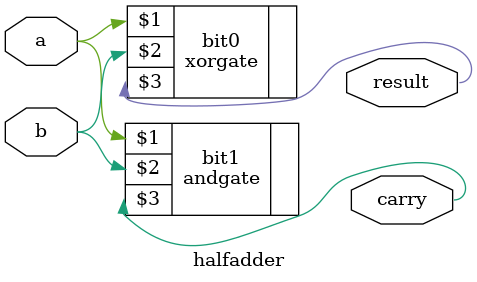
<source format=v>
module halfadder (
    a,b,result,carry
);
    input a,b;
    output result,carry;
    xorgate bit0(a,b,result);
    andgate bit1(a,b,carry);
endmodule
</source>
